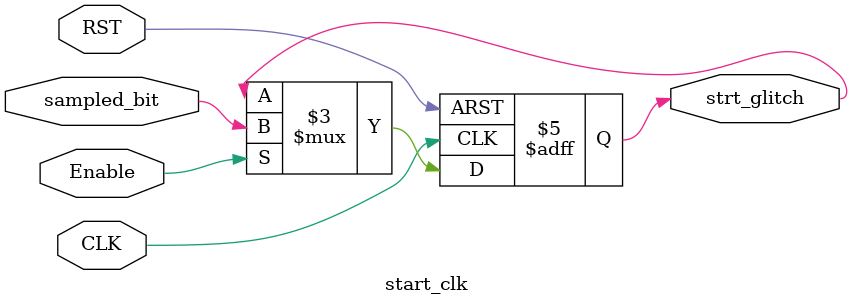
<source format=sv>
module start_clk (
  input  logic  CLK,
  input  logic  RST,
  input  logic  sampled_bit,
  input  logic  Enable, 
  output logic  strt_glitch
);

  always_ff @(posedge CLK or negedge RST) begin
    if (!RST) begin
      strt_glitch <= 1'b0;
    end
    else if (Enable) begin
      strt_glitch <= sampled_bit;
    end
  end

endmodule 
</source>
